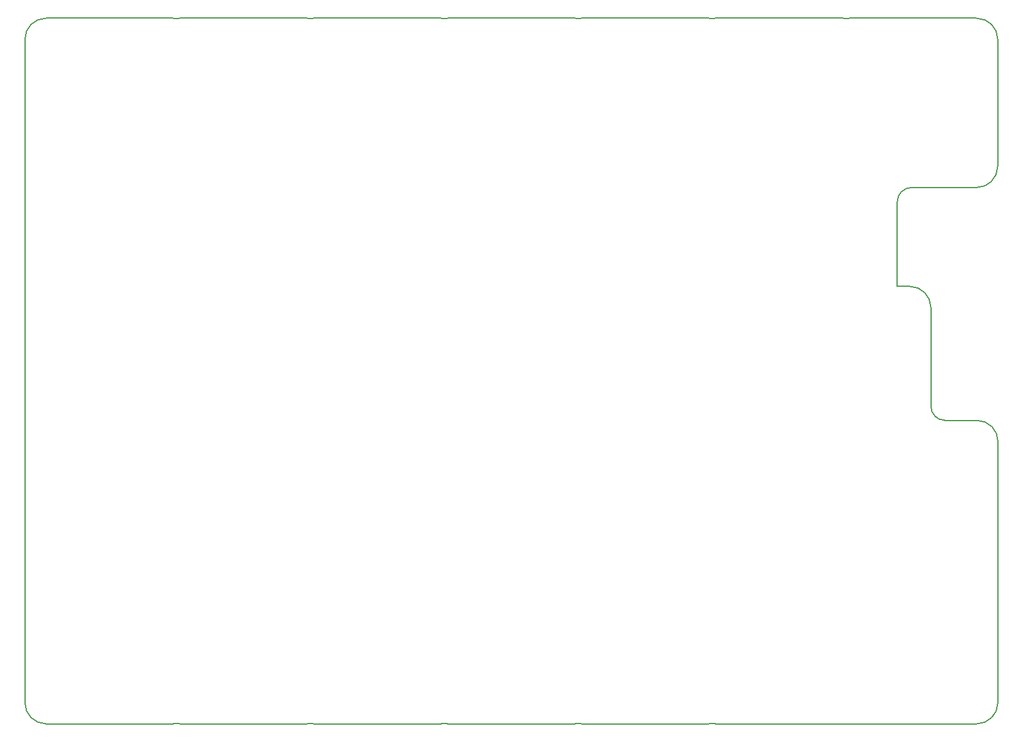
<source format=gbr>
%TF.GenerationSoftware,KiCad,Pcbnew,9.0.7*%
%TF.CreationDate,2026-01-20T23:15:53-08:00*%
%TF.ProjectId,left,6c656674-2e6b-4696-9361-645f70636258,v1.0.0*%
%TF.SameCoordinates,Original*%
%TF.FileFunction,Profile,NP*%
%FSLAX46Y46*%
G04 Gerber Fmt 4.6, Leading zero omitted, Abs format (unit mm)*
G04 Created by KiCad (PCBNEW 9.0.7) date 2026-01-20 23:15:53*
%MOMM*%
%LPD*%
G01*
G04 APERTURE LIST*
%TA.AperFunction,Profile*%
%ADD10C,0.150000*%
%TD*%
G04 APERTURE END LIST*
D10*
X185000000Y-62000000D02*
G75*
G02*
X185500000Y-62041957I0J-3000200D01*
G01*
X88025000Y-122000000D02*
X88025000Y-140000000D01*
X109500000Y-62041960D02*
G75*
G02*
X110000000Y-61999994I500000J-2957640D01*
G01*
X109500000Y-161958040D02*
G75*
G02*
X109000000Y-162000006I-500000J2957640D01*
G01*
X226025000Y-159000000D02*
G75*
G02*
X223025000Y-162000000I-3000000J0D01*
G01*
X148000000Y-162000000D02*
G75*
G02*
X147500000Y-161958043I0J3000200D01*
G01*
X225994590Y-140573927D02*
G75*
G02*
X226025000Y-141000000I-2969590J-426073D01*
G01*
X204500000Y-62041960D02*
G75*
G02*
X205000000Y-61999994I500000J-2957640D01*
G01*
X186025000Y-162000000D02*
G75*
G02*
X185512500Y-161955903I0J3000200D01*
G01*
X223000000Y-62000000D02*
G75*
G02*
X226000000Y-65000000I0J-3000000D01*
G01*
X166500000Y-161958040D02*
G75*
G02*
X166000000Y-162000006I-500000J2957640D01*
G01*
X88012500Y-103000000D02*
G75*
G02*
X88051396Y-102518487I2999900J0D01*
G01*
X167000000Y-162000000D02*
G75*
G02*
X166500000Y-161958043I0J3000200D01*
G01*
X223000000Y-62000000D02*
X205000000Y-62000000D01*
X223050000Y-119000000D02*
X218525000Y-119000000D01*
X88006250Y-84000000D02*
G75*
G02*
X88045141Y-83518487I3000250J0D01*
G01*
X226025000Y-159000000D02*
X226025000Y-141000000D01*
X129000000Y-162000000D02*
X147000000Y-162000000D01*
X167000000Y-162000000D02*
X185000000Y-162000000D01*
X88000000Y-65000000D02*
X88000000Y-83000000D01*
X109000000Y-62000000D02*
X91000000Y-62000000D01*
X226000000Y-83000000D02*
X226000000Y-65000000D01*
X88000000Y-141000000D02*
X88000000Y-159000000D01*
X88060948Y-121536973D02*
G75*
G02*
X88012494Y-121000000I2951152J536973D01*
G01*
X147000000Y-62000000D02*
X129000000Y-62000000D01*
X110000000Y-162000000D02*
X128000000Y-162000000D01*
X88051395Y-102518487D02*
G75*
G02*
X88006244Y-102000000I2954405J518487D01*
G01*
X166000000Y-62000000D02*
G75*
G02*
X166500000Y-62041957I0J-3000200D01*
G01*
X88000000Y-141000000D02*
G75*
G02*
X88055410Y-140426073I3000000J0D01*
G01*
X211762500Y-88000000D02*
G75*
G02*
X213762500Y-86000000I2000000J0D01*
G01*
X226000000Y-83000000D02*
G75*
G02*
X223000000Y-86000000I-3000000J0D01*
G01*
X88006250Y-84000000D02*
X88006250Y-102000000D01*
X88000000Y-65000000D02*
G75*
G02*
X91000000Y-62000000I3000000J0D01*
G01*
X147500000Y-62041960D02*
G75*
G02*
X148000000Y-61999994I500000J-2957640D01*
G01*
X204000000Y-62000000D02*
X186000000Y-62000000D01*
X128500000Y-62041960D02*
G75*
G02*
X129000000Y-61999994I500000J-2957640D01*
G01*
X166500000Y-62041960D02*
G75*
G02*
X167000000Y-61999994I500000J-2957640D01*
G01*
X216525000Y-117000000D02*
X216525000Y-103000000D01*
X88045144Y-83518487D02*
G75*
G02*
X87999995Y-83000000I2954556J518487D01*
G01*
X185000000Y-62000000D02*
X167000000Y-62000000D01*
X226050000Y-140000000D02*
X226050000Y-122000000D01*
X147500000Y-161958040D02*
G75*
G02*
X147000000Y-162000006I-500000J2957640D01*
G01*
X128000000Y-62000000D02*
X110000000Y-62000000D01*
X148000000Y-162000000D02*
X166000000Y-162000000D01*
X128500000Y-161958040D02*
G75*
G02*
X128000000Y-162000006I-500000J2957640D01*
G01*
X185500000Y-62041960D02*
G75*
G02*
X186000000Y-61999994I500000J-2957640D01*
G01*
X91000000Y-162000000D02*
X109000000Y-162000000D01*
X218525000Y-119000000D02*
G75*
G02*
X216525000Y-117000000I0J2000000D01*
G01*
X213762500Y-86000000D02*
X223000000Y-86000000D01*
X91000000Y-162000000D02*
G75*
G02*
X88000000Y-159000000I0J3000000D01*
G01*
X129000000Y-162000000D02*
G75*
G02*
X128500000Y-161958043I0J3000200D01*
G01*
X88012500Y-103000000D02*
X88012500Y-121000000D01*
X223050000Y-119000000D02*
G75*
G02*
X226050000Y-122000000I0J-3000000D01*
G01*
X186025000Y-162000000D02*
X223025000Y-162000000D01*
X147000000Y-62000000D02*
G75*
G02*
X147500000Y-62041957I0J-3000200D01*
G01*
X211762500Y-100000000D02*
X211762500Y-88000000D01*
X128000000Y-62000000D02*
G75*
G02*
X128500000Y-62041957I0J-3000200D01*
G01*
X185512500Y-161955900D02*
G75*
G02*
X185000000Y-162000005I-512500J2955600D01*
G01*
X166000000Y-62000000D02*
X148000000Y-62000000D01*
X109000000Y-62000000D02*
G75*
G02*
X109500000Y-62041957I0J-3000200D01*
G01*
X110000000Y-162000000D02*
G75*
G02*
X109500000Y-161958043I0J3000200D01*
G01*
X88055411Y-140426073D02*
G75*
G02*
X88024994Y-140000000I2968989J426073D01*
G01*
X204000000Y-62000000D02*
G75*
G02*
X204500000Y-62041957I0J-3000200D01*
G01*
X226050000Y-140000000D02*
G75*
G02*
X225994588Y-140573927I-2999900J0D01*
G01*
X213525000Y-100000000D02*
X211762500Y-100000000D01*
X88025000Y-122000000D02*
G75*
G02*
X88060947Y-121536973I3000100J0D01*
G01*
X213525000Y-100000000D02*
G75*
G02*
X216525000Y-103000000I0J-3000000D01*
G01*
M02*

</source>
